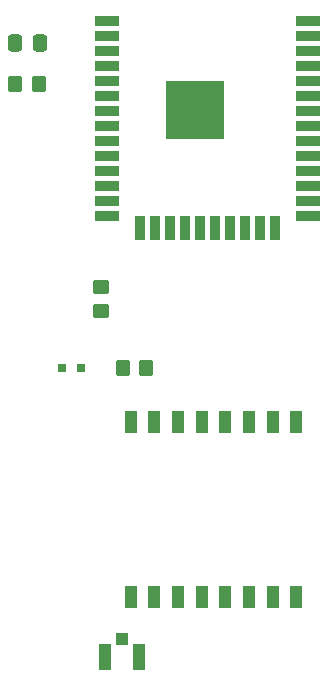
<source format=gbr>
G04 #@! TF.GenerationSoftware,KiCad,Pcbnew,(6.0.1)*
G04 #@! TF.CreationDate,2022-03-01T20:17:54-08:00*
G04 #@! TF.ProjectId,ESP32-Lora,45535033-322d-44c6-9f72-612e6b696361,rev?*
G04 #@! TF.SameCoordinates,Original*
G04 #@! TF.FileFunction,Paste,Top*
G04 #@! TF.FilePolarity,Positive*
%FSLAX46Y46*%
G04 Gerber Fmt 4.6, Leading zero omitted, Abs format (unit mm)*
G04 Created by KiCad (PCBNEW (6.0.1)) date 2022-03-01 20:17:54*
%MOMM*%
%LPD*%
G01*
G04 APERTURE LIST*
G04 Aperture macros list*
%AMRoundRect*
0 Rectangle with rounded corners*
0 $1 Rounding radius*
0 $2 $3 $4 $5 $6 $7 $8 $9 X,Y pos of 4 corners*
0 Add a 4 corners polygon primitive as box body*
4,1,4,$2,$3,$4,$5,$6,$7,$8,$9,$2,$3,0*
0 Add four circle primitives for the rounded corners*
1,1,$1+$1,$2,$3*
1,1,$1+$1,$4,$5*
1,1,$1+$1,$6,$7*
1,1,$1+$1,$8,$9*
0 Add four rect primitives between the rounded corners*
20,1,$1+$1,$2,$3,$4,$5,0*
20,1,$1+$1,$4,$5,$6,$7,0*
20,1,$1+$1,$6,$7,$8,$9,0*
20,1,$1+$1,$8,$9,$2,$3,0*%
G04 Aperture macros list end*
%ADD10RoundRect,0.250000X0.450000X-0.350000X0.450000X0.350000X-0.450000X0.350000X-0.450000X-0.350000X0*%
%ADD11R,0.800000X0.800000*%
%ADD12R,2.000000X0.900000*%
%ADD13R,0.900000X2.000000*%
%ADD14R,5.000000X5.000000*%
%ADD15RoundRect,0.250000X0.337500X0.475000X-0.337500X0.475000X-0.337500X-0.475000X0.337500X-0.475000X0*%
%ADD16RoundRect,0.250000X0.350000X0.450000X-0.350000X0.450000X-0.350000X-0.450000X0.350000X-0.450000X0*%
%ADD17R,1.050000X2.200000*%
%ADD18R,1.000000X1.050000*%
%ADD19RoundRect,0.250000X-0.350000X-0.450000X0.350000X-0.450000X0.350000X0.450000X-0.350000X0.450000X0*%
%ADD20R,1.050000X1.950000*%
G04 APERTURE END LIST*
D10*
X113000000Y-124400000D03*
X113000000Y-122400000D03*
D11*
X111300000Y-129250000D03*
X109650000Y-129250000D03*
D12*
X113470800Y-99865000D03*
X113470800Y-101135000D03*
X113470800Y-102405000D03*
X113470800Y-103675000D03*
X113470800Y-104945000D03*
X113470800Y-106215000D03*
X113470800Y-107485000D03*
X113470800Y-108755000D03*
X113470800Y-110025000D03*
X113470800Y-111295000D03*
X113470800Y-112565000D03*
X113470800Y-113835000D03*
X113470800Y-115105000D03*
X113470800Y-116375000D03*
D13*
X116255800Y-117375000D03*
X117525800Y-117375000D03*
X118795800Y-117375000D03*
X120065800Y-117375000D03*
X121335800Y-117375000D03*
X122605800Y-117375000D03*
X123875800Y-117375000D03*
X125145800Y-117375000D03*
X126415800Y-117375000D03*
X127685800Y-117375000D03*
D12*
X130470800Y-116375000D03*
X130470800Y-115105000D03*
X130470800Y-113835000D03*
X130470800Y-112565000D03*
X130470800Y-111295000D03*
X130470800Y-110025000D03*
X130470800Y-108755000D03*
X130470800Y-107485000D03*
X130470800Y-106215000D03*
X130470800Y-104945000D03*
X130470800Y-103675000D03*
X130470800Y-102405000D03*
X130470800Y-101135000D03*
X130470800Y-99865000D03*
D14*
X120970800Y-107365000D03*
D15*
X107787500Y-101750000D03*
X105712500Y-101750000D03*
D16*
X107680000Y-105156000D03*
X105680000Y-105156000D03*
D17*
X113275000Y-153670000D03*
X116225000Y-153670000D03*
D18*
X114750000Y-152170000D03*
D19*
X114800000Y-129200000D03*
X116800000Y-129200000D03*
D20*
X129500000Y-133824000D03*
X127500000Y-133824000D03*
X125500000Y-133824000D03*
X123500000Y-133824000D03*
X121500000Y-133824000D03*
X119500000Y-133824000D03*
X117500000Y-133824000D03*
X115500000Y-133824000D03*
X115500000Y-148624000D03*
X117500000Y-148624000D03*
X119500000Y-148624000D03*
X121500000Y-148624000D03*
X123500000Y-148624000D03*
X125500000Y-148624000D03*
X127500000Y-148624000D03*
X129500000Y-148624000D03*
M02*

</source>
